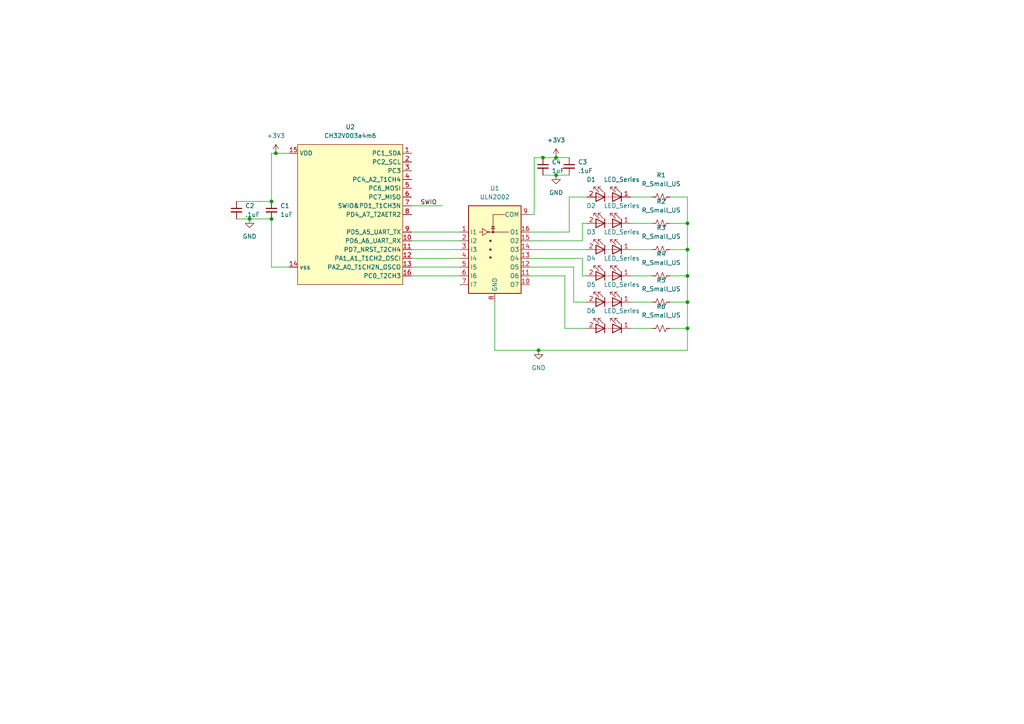
<source format=kicad_sch>
(kicad_sch (version 20230121) (generator eeschema)

  (uuid fa8e7198-2d30-4f64-8522-2f9b4d074595)

  (paper "A4")

  (lib_symbols
    (symbol "CH32V003:CH32V003a4m6" (in_bom yes) (on_board yes)
      (property "Reference" "U" (at 0 20.32 0)
        (effects (font (size 1.27 1.27)))
      )
      (property "Value" "CH32V003a4m6" (at -8.89 -2.54 90)
        (effects (font (size 1.27 1.27)))
      )
      (property "Footprint" "Package_SO:SO-16_3.9x9.9mm_P1.27mm" (at -2.54 26.67 0)
        (effects (font (size 1.27 1.27)) hide)
      )
      (property "Datasheet" "https://github.com/cnlohr/ch32v003fun" (at -2.54 26.67 0)
        (effects (font (size 1.27 1.27)) hide)
      )
      (symbol "CH32V003a4m6_1_1"
        (rectangle (start -15.24 17.78) (end 15.24 -22.86)
          (stroke (width 0) (type default))
          (fill (type background))
        )
        (pin bidirectional line (at 17.78 15.24 180) (length 2.54)
          (name "PC1_SDA" (effects (font (size 1.27 1.27))))
          (number "1" (effects (font (size 1.27 1.27))))
        )
        (pin bidirectional line (at 17.78 -10.16 180) (length 2.54)
          (name "PD6_A6_UART_RX" (effects (font (size 1.27 1.27))))
          (number "10" (effects (font (size 1.27 1.27))))
        )
        (pin bidirectional line (at 17.78 -12.7 180) (length 2.54)
          (name "PD7_NRST_T2CH4" (effects (font (size 1.27 1.27))))
          (number "11" (effects (font (size 1.27 1.27))))
        )
        (pin bidirectional line (at 17.78 -15.24 180) (length 2.54)
          (name "PA1_A1_T1CH2_OSCI" (effects (font (size 1.27 1.27))))
          (number "12" (effects (font (size 1.27 1.27))))
        )
        (pin bidirectional line (at 17.78 -17.78 180) (length 2.54)
          (name "PA2_A0_T1CH2N_OSCO" (effects (font (size 1.27 1.27))))
          (number "13" (effects (font (size 1.27 1.27))))
        )
        (pin power_in line (at -17.78 -17.78 0) (length 2.54)
          (name "vss" (effects (font (size 1.27 1.27))))
          (number "14" (effects (font (size 1.27 1.27))))
        )
        (pin power_in line (at -17.78 15.24 0) (length 2.54)
          (name "VDD" (effects (font (size 1.27 1.27))))
          (number "15" (effects (font (size 1.27 1.27))))
        )
        (pin bidirectional line (at 17.78 -20.32 180) (length 2.54)
          (name "PC0_T2CH3" (effects (font (size 1.27 1.27))))
          (number "16" (effects (font (size 1.27 1.27))))
        )
        (pin bidirectional line (at 17.78 12.7 180) (length 2.54)
          (name "PC2_SCL" (effects (font (size 1.27 1.27))))
          (number "2" (effects (font (size 1.27 1.27))))
        )
        (pin bidirectional line (at 17.78 10.16 180) (length 2.54)
          (name "PC3" (effects (font (size 1.27 1.27))))
          (number "3" (effects (font (size 1.27 1.27))))
        )
        (pin bidirectional line (at 17.78 7.62 180) (length 2.54)
          (name "PC4_A2_T1CH4" (effects (font (size 1.27 1.27))))
          (number "4" (effects (font (size 1.27 1.27))))
        )
        (pin bidirectional line (at 17.78 5.08 180) (length 2.54)
          (name "PC6_MOSI" (effects (font (size 1.27 1.27))))
          (number "5" (effects (font (size 1.27 1.27))))
        )
        (pin bidirectional line (at 17.78 2.54 180) (length 2.54)
          (name "PC7_MISO" (effects (font (size 1.27 1.27))))
          (number "6" (effects (font (size 1.27 1.27))))
        )
        (pin bidirectional line (at 17.78 0 180) (length 2.54)
          (name "SWIO&PD1_T1CH3N" (effects (font (size 1.27 1.27))))
          (number "7" (effects (font (size 1.27 1.27))))
        )
        (pin bidirectional line (at 17.78 -2.54 180) (length 2.54)
          (name "PD4_A7_T2AETR2" (effects (font (size 1.27 1.27))))
          (number "8" (effects (font (size 1.27 1.27))))
        )
        (pin bidirectional line (at 17.78 -7.62 180) (length 2.54)
          (name "PD5_A5_UART_TX" (effects (font (size 1.27 1.27))))
          (number "9" (effects (font (size 1.27 1.27))))
        )
      )
    )
    (symbol "Device:C_Small" (pin_numbers hide) (pin_names (offset 0.254) hide) (in_bom yes) (on_board yes)
      (property "Reference" "C" (at 0.254 1.778 0)
        (effects (font (size 1.27 1.27)) (justify left))
      )
      (property "Value" "C_Small" (at 0.254 -2.032 0)
        (effects (font (size 1.27 1.27)) (justify left))
      )
      (property "Footprint" "" (at 0 0 0)
        (effects (font (size 1.27 1.27)) hide)
      )
      (property "Datasheet" "~" (at 0 0 0)
        (effects (font (size 1.27 1.27)) hide)
      )
      (property "ki_keywords" "capacitor cap" (at 0 0 0)
        (effects (font (size 1.27 1.27)) hide)
      )
      (property "ki_description" "Unpolarized capacitor, small symbol" (at 0 0 0)
        (effects (font (size 1.27 1.27)) hide)
      )
      (property "ki_fp_filters" "C_*" (at 0 0 0)
        (effects (font (size 1.27 1.27)) hide)
      )
      (symbol "C_Small_0_1"
        (polyline
          (pts
            (xy -1.524 -0.508)
            (xy 1.524 -0.508)
          )
          (stroke (width 0.3302) (type default))
          (fill (type none))
        )
        (polyline
          (pts
            (xy -1.524 0.508)
            (xy 1.524 0.508)
          )
          (stroke (width 0.3048) (type default))
          (fill (type none))
        )
      )
      (symbol "C_Small_1_1"
        (pin passive line (at 0 2.54 270) (length 2.032)
          (name "~" (effects (font (size 1.27 1.27))))
          (number "1" (effects (font (size 1.27 1.27))))
        )
        (pin passive line (at 0 -2.54 90) (length 2.032)
          (name "~" (effects (font (size 1.27 1.27))))
          (number "2" (effects (font (size 1.27 1.27))))
        )
      )
    )
    (symbol "Device:LED_Series" (pin_names (offset 1.016) hide) (in_bom yes) (on_board yes)
      (property "Reference" "D" (at 0 5.715 0)
        (effects (font (size 1.27 1.27)))
      )
      (property "Value" "LED_Series" (at 0 3.81 0)
        (effects (font (size 1.27 1.27)))
      )
      (property "Footprint" "" (at -2.54 0 0)
        (effects (font (size 1.27 1.27)) hide)
      )
      (property "Datasheet" "~" (at -2.54 0 0)
        (effects (font (size 1.27 1.27)) hide)
      )
      (property "ki_keywords" "LED diode" (at 0 0 0)
        (effects (font (size 1.27 1.27)) hide)
      )
      (property "ki_description" "Several LEDs in series" (at 0 0 0)
        (effects (font (size 1.27 1.27)) hide)
      )
      (property "ki_fp_filters" "LED* LED_SMD:* LED_THT:*" (at 0 0 0)
        (effects (font (size 1.27 1.27)) hide)
      )
      (symbol "LED_Series_0_1"
        (polyline
          (pts
            (xy -3.81 0)
            (xy -1.016 0)
          )
          (stroke (width 0) (type default))
          (fill (type none))
        )
        (polyline
          (pts
            (xy -3.683 -1.27)
            (xy -3.683 1.27)
          )
          (stroke (width 0.254) (type default))
          (fill (type none))
        )
        (polyline
          (pts
            (xy -0.508 0)
            (xy -0.762 0)
          )
          (stroke (width 0) (type default))
          (fill (type none))
        )
        (polyline
          (pts
            (xy 0.127 0)
            (xy -0.127 0)
          )
          (stroke (width 0) (type default))
          (fill (type none))
        )
        (polyline
          (pts
            (xy 0.508 0)
            (xy 0.762 0)
          )
          (stroke (width 0) (type default))
          (fill (type none))
        )
        (polyline
          (pts
            (xy 1.016 0)
            (xy 3.81 0)
          )
          (stroke (width 0) (type default))
          (fill (type none))
        )
        (polyline
          (pts
            (xy 1.143 -1.27)
            (xy 1.143 1.27)
          )
          (stroke (width 0.254) (type default))
          (fill (type none))
        )
        (polyline
          (pts
            (xy -1.143 -1.27)
            (xy -1.143 1.27)
            (xy -3.683 0)
            (xy -1.143 -1.27)
          )
          (stroke (width 0.254) (type default))
          (fill (type none))
        )
        (polyline
          (pts
            (xy 3.683 -1.27)
            (xy 3.683 1.27)
            (xy 1.143 0)
            (xy 3.683 -1.27)
          )
          (stroke (width 0.254) (type default))
          (fill (type none))
        )
        (polyline
          (pts
            (xy -3.302 1.397)
            (xy -1.778 2.921)
            (xy -2.54 2.921)
            (xy -1.778 2.921)
            (xy -1.778 2.159)
          )
          (stroke (width 0) (type default))
          (fill (type none))
        )
        (polyline
          (pts
            (xy -2.032 1.397)
            (xy -0.508 2.921)
            (xy -1.27 2.921)
            (xy -0.508 2.921)
            (xy -0.508 2.159)
          )
          (stroke (width 0) (type default))
          (fill (type none))
        )
        (polyline
          (pts
            (xy 1.524 1.397)
            (xy 3.048 2.921)
            (xy 2.286 2.921)
            (xy 3.048 2.921)
            (xy 3.048 2.159)
          )
          (stroke (width 0) (type default))
          (fill (type none))
        )
        (polyline
          (pts
            (xy 2.794 1.397)
            (xy 4.318 2.921)
            (xy 3.556 2.921)
            (xy 4.318 2.921)
            (xy 4.318 2.159)
          )
          (stroke (width 0) (type default))
          (fill (type none))
        )
      )
      (symbol "LED_Series_1_1"
        (pin passive line (at -6.35 0 0) (length 2.54)
          (name "K" (effects (font (size 1.27 1.27))))
          (number "1" (effects (font (size 1.27 1.27))))
        )
        (pin passive line (at 6.35 0 180) (length 2.54)
          (name "A" (effects (font (size 1.27 1.27))))
          (number "2" (effects (font (size 1.27 1.27))))
        )
      )
    )
    (symbol "Device:R_Small_US" (pin_numbers hide) (pin_names (offset 0.254) hide) (in_bom yes) (on_board yes)
      (property "Reference" "R" (at 0.762 0.508 0)
        (effects (font (size 1.27 1.27)) (justify left))
      )
      (property "Value" "R_Small_US" (at 0.762 -1.016 0)
        (effects (font (size 1.27 1.27)) (justify left))
      )
      (property "Footprint" "" (at 0 0 0)
        (effects (font (size 1.27 1.27)) hide)
      )
      (property "Datasheet" "~" (at 0 0 0)
        (effects (font (size 1.27 1.27)) hide)
      )
      (property "ki_keywords" "r resistor" (at 0 0 0)
        (effects (font (size 1.27 1.27)) hide)
      )
      (property "ki_description" "Resistor, small US symbol" (at 0 0 0)
        (effects (font (size 1.27 1.27)) hide)
      )
      (property "ki_fp_filters" "R_*" (at 0 0 0)
        (effects (font (size 1.27 1.27)) hide)
      )
      (symbol "R_Small_US_1_1"
        (polyline
          (pts
            (xy 0 0)
            (xy 1.016 -0.381)
            (xy 0 -0.762)
            (xy -1.016 -1.143)
            (xy 0 -1.524)
          )
          (stroke (width 0) (type default))
          (fill (type none))
        )
        (polyline
          (pts
            (xy 0 1.524)
            (xy 1.016 1.143)
            (xy 0 0.762)
            (xy -1.016 0.381)
            (xy 0 0)
          )
          (stroke (width 0) (type default))
          (fill (type none))
        )
        (pin passive line (at 0 2.54 270) (length 1.016)
          (name "~" (effects (font (size 1.27 1.27))))
          (number "1" (effects (font (size 1.27 1.27))))
        )
        (pin passive line (at 0 -2.54 90) (length 1.016)
          (name "~" (effects (font (size 1.27 1.27))))
          (number "2" (effects (font (size 1.27 1.27))))
        )
      )
    )
    (symbol "Transistor_Array:ULN2002" (in_bom yes) (on_board yes)
      (property "Reference" "U" (at 0 15.875 0)
        (effects (font (size 1.27 1.27)))
      )
      (property "Value" "ULN2002" (at 0 13.97 0)
        (effects (font (size 1.27 1.27)))
      )
      (property "Footprint" "" (at 1.27 -13.97 0)
        (effects (font (size 1.27 1.27)) (justify left) hide)
      )
      (property "Datasheet" "http://www.ti.com/lit/ds/symlink/uln2003a.pdf" (at 2.54 -5.08 0)
        (effects (font (size 1.27 1.27)) hide)
      )
      (property "ki_keywords" "darlington transistor array" (at 0 0 0)
        (effects (font (size 1.27 1.27)) hide)
      )
      (property "ki_description" "High Voltage, High Current Darlington Transistor Arrays, SOIC16/SOIC16W/DIP16/TSSOP16" (at 0 0 0)
        (effects (font (size 1.27 1.27)) hide)
      )
      (property "ki_fp_filters" "DIP*W7.62mm* SOIC*3.9x9.9mm*P1.27mm* SSOP*4.4x5.2mm*P0.65mm* TSSOP*4.4x5mm*P0.65mm* SOIC*W*5.3x10.2mm*P1.27mm*" (at 0 0 0)
        (effects (font (size 1.27 1.27)) hide)
      )
      (symbol "ULN2002_0_1"
        (rectangle (start -7.62 -12.7) (end 7.62 12.7)
          (stroke (width 0.254) (type default))
          (fill (type background))
        )
        (circle (center -1.778 5.08) (radius 0.254)
          (stroke (width 0) (type default))
          (fill (type none))
        )
        (circle (center -1.27 -2.286) (radius 0.254)
          (stroke (width 0) (type default))
          (fill (type outline))
        )
        (circle (center -1.27 0) (radius 0.254)
          (stroke (width 0) (type default))
          (fill (type outline))
        )
        (circle (center -1.27 2.54) (radius 0.254)
          (stroke (width 0) (type default))
          (fill (type outline))
        )
        (circle (center -0.508 5.08) (radius 0.254)
          (stroke (width 0) (type default))
          (fill (type outline))
        )
        (polyline
          (pts
            (xy -4.572 5.08)
            (xy -3.556 5.08)
          )
          (stroke (width 0) (type default))
          (fill (type none))
        )
        (polyline
          (pts
            (xy -1.524 5.08)
            (xy 4.064 5.08)
          )
          (stroke (width 0) (type default))
          (fill (type none))
        )
        (polyline
          (pts
            (xy 0 6.731)
            (xy -1.016 6.731)
          )
          (stroke (width 0) (type default))
          (fill (type none))
        )
        (polyline
          (pts
            (xy -0.508 5.08)
            (xy -0.508 10.16)
            (xy 2.921 10.16)
          )
          (stroke (width 0) (type default))
          (fill (type none))
        )
        (polyline
          (pts
            (xy -3.556 6.096)
            (xy -3.556 4.064)
            (xy -2.032 5.08)
            (xy -3.556 6.096)
          )
          (stroke (width 0) (type default))
          (fill (type none))
        )
        (polyline
          (pts
            (xy 0 5.969)
            (xy -1.016 5.969)
            (xy -0.508 6.731)
            (xy 0 5.969)
          )
          (stroke (width 0) (type default))
          (fill (type none))
        )
      )
      (symbol "ULN2002_1_1"
        (pin input line (at -10.16 5.08 0) (length 2.54)
          (name "I1" (effects (font (size 1.27 1.27))))
          (number "1" (effects (font (size 1.27 1.27))))
        )
        (pin open_collector line (at 10.16 -10.16 180) (length 2.54)
          (name "O7" (effects (font (size 1.27 1.27))))
          (number "10" (effects (font (size 1.27 1.27))))
        )
        (pin open_collector line (at 10.16 -7.62 180) (length 2.54)
          (name "O6" (effects (font (size 1.27 1.27))))
          (number "11" (effects (font (size 1.27 1.27))))
        )
        (pin open_collector line (at 10.16 -5.08 180) (length 2.54)
          (name "O5" (effects (font (size 1.27 1.27))))
          (number "12" (effects (font (size 1.27 1.27))))
        )
        (pin open_collector line (at 10.16 -2.54 180) (length 2.54)
          (name "O4" (effects (font (size 1.27 1.27))))
          (number "13" (effects (font (size 1.27 1.27))))
        )
        (pin open_collector line (at 10.16 0 180) (length 2.54)
          (name "O3" (effects (font (size 1.27 1.27))))
          (number "14" (effects (font (size 1.27 1.27))))
        )
        (pin open_collector line (at 10.16 2.54 180) (length 2.54)
          (name "O2" (effects (font (size 1.27 1.27))))
          (number "15" (effects (font (size 1.27 1.27))))
        )
        (pin open_collector line (at 10.16 5.08 180) (length 2.54)
          (name "O1" (effects (font (size 1.27 1.27))))
          (number "16" (effects (font (size 1.27 1.27))))
        )
        (pin input line (at -10.16 2.54 0) (length 2.54)
          (name "I2" (effects (font (size 1.27 1.27))))
          (number "2" (effects (font (size 1.27 1.27))))
        )
        (pin input line (at -10.16 0 0) (length 2.54)
          (name "I3" (effects (font (size 1.27 1.27))))
          (number "3" (effects (font (size 1.27 1.27))))
        )
        (pin input line (at -10.16 -2.54 0) (length 2.54)
          (name "I4" (effects (font (size 1.27 1.27))))
          (number "4" (effects (font (size 1.27 1.27))))
        )
        (pin input line (at -10.16 -5.08 0) (length 2.54)
          (name "I5" (effects (font (size 1.27 1.27))))
          (number "5" (effects (font (size 1.27 1.27))))
        )
        (pin input line (at -10.16 -7.62 0) (length 2.54)
          (name "I6" (effects (font (size 1.27 1.27))))
          (number "6" (effects (font (size 1.27 1.27))))
        )
        (pin input line (at -10.16 -10.16 0) (length 2.54)
          (name "I7" (effects (font (size 1.27 1.27))))
          (number "7" (effects (font (size 1.27 1.27))))
        )
        (pin power_in line (at 0 -15.24 90) (length 2.54)
          (name "GND" (effects (font (size 1.27 1.27))))
          (number "8" (effects (font (size 1.27 1.27))))
        )
        (pin passive line (at 10.16 10.16 180) (length 2.54)
          (name "COM" (effects (font (size 1.27 1.27))))
          (number "9" (effects (font (size 1.27 1.27))))
        )
      )
    )
    (symbol "power:+3V3" (power) (pin_names (offset 0)) (in_bom yes) (on_board yes)
      (property "Reference" "#PWR" (at 0 -3.81 0)
        (effects (font (size 1.27 1.27)) hide)
      )
      (property "Value" "+3V3" (at 0 3.556 0)
        (effects (font (size 1.27 1.27)))
      )
      (property "Footprint" "" (at 0 0 0)
        (effects (font (size 1.27 1.27)) hide)
      )
      (property "Datasheet" "" (at 0 0 0)
        (effects (font (size 1.27 1.27)) hide)
      )
      (property "ki_keywords" "global power" (at 0 0 0)
        (effects (font (size 1.27 1.27)) hide)
      )
      (property "ki_description" "Power symbol creates a global label with name \"+3V3\"" (at 0 0 0)
        (effects (font (size 1.27 1.27)) hide)
      )
      (symbol "+3V3_0_1"
        (polyline
          (pts
            (xy -0.762 1.27)
            (xy 0 2.54)
          )
          (stroke (width 0) (type default))
          (fill (type none))
        )
        (polyline
          (pts
            (xy 0 0)
            (xy 0 2.54)
          )
          (stroke (width 0) (type default))
          (fill (type none))
        )
        (polyline
          (pts
            (xy 0 2.54)
            (xy 0.762 1.27)
          )
          (stroke (width 0) (type default))
          (fill (type none))
        )
      )
      (symbol "+3V3_1_1"
        (pin power_in line (at 0 0 90) (length 0) hide
          (name "+3V3" (effects (font (size 1.27 1.27))))
          (number "1" (effects (font (size 1.27 1.27))))
        )
      )
    )
    (symbol "power:GND" (power) (pin_names (offset 0)) (in_bom yes) (on_board yes)
      (property "Reference" "#PWR" (at 0 -6.35 0)
        (effects (font (size 1.27 1.27)) hide)
      )
      (property "Value" "GND" (at 0 -3.81 0)
        (effects (font (size 1.27 1.27)))
      )
      (property "Footprint" "" (at 0 0 0)
        (effects (font (size 1.27 1.27)) hide)
      )
      (property "Datasheet" "" (at 0 0 0)
        (effects (font (size 1.27 1.27)) hide)
      )
      (property "ki_keywords" "global power" (at 0 0 0)
        (effects (font (size 1.27 1.27)) hide)
      )
      (property "ki_description" "Power symbol creates a global label with name \"GND\" , ground" (at 0 0 0)
        (effects (font (size 1.27 1.27)) hide)
      )
      (symbol "GND_0_1"
        (polyline
          (pts
            (xy 0 0)
            (xy 0 -1.27)
            (xy 1.27 -1.27)
            (xy 0 -2.54)
            (xy -1.27 -1.27)
            (xy 0 -1.27)
          )
          (stroke (width 0) (type default))
          (fill (type none))
        )
      )
      (symbol "GND_1_1"
        (pin power_in line (at 0 0 270) (length 0) hide
          (name "GND" (effects (font (size 1.27 1.27))))
          (number "1" (effects (font (size 1.27 1.27))))
        )
      )
    )
  )

  (junction (at 78.74 58.42) (diameter 0) (color 0 0 0 0)
    (uuid 082b2c25-01a5-4258-8cad-c47bb6955397)
  )
  (junction (at 157.48 45.72) (diameter 0) (color 0 0 0 0)
    (uuid 1857d2ec-17bd-4b31-b4bb-e416debc8f05)
  )
  (junction (at 161.29 45.72) (diameter 0) (color 0 0 0 0)
    (uuid 2e72aead-779e-4bc3-82c3-fc0f801867d5)
  )
  (junction (at 199.39 87.63) (diameter 0) (color 0 0 0 0)
    (uuid 2fe76592-8731-4a27-8661-056f7376446d)
  )
  (junction (at 199.39 80.01) (diameter 0) (color 0 0 0 0)
    (uuid 3282285d-44e7-4770-9526-4293a02990f5)
  )
  (junction (at 161.29 50.8) (diameter 0) (color 0 0 0 0)
    (uuid 4ca1180a-99f9-4386-a3e4-d3fe597c169c)
  )
  (junction (at 199.39 64.77) (diameter 0) (color 0 0 0 0)
    (uuid 54b82d61-7af8-4765-bd5a-e739a0da9317)
  )
  (junction (at 80.01 44.45) (diameter 0) (color 0 0 0 0)
    (uuid 5c662f9f-43ce-4b2b-afaf-806b1366474c)
  )
  (junction (at 199.39 72.39) (diameter 0) (color 0 0 0 0)
    (uuid 7be8ed3f-84c0-48bc-9113-12e80bfc28d2)
  )
  (junction (at 199.39 95.25) (diameter 0) (color 0 0 0 0)
    (uuid 95fe7131-7326-479c-9bd0-2faeeabb0123)
  )
  (junction (at 156.21 101.6) (diameter 0) (color 0 0 0 0)
    (uuid 9a5f487b-4aee-4c4d-befd-61321af4d4b6)
  )
  (junction (at 72.39 63.5) (diameter 0) (color 0 0 0 0)
    (uuid c8bfd794-fa28-4bb5-aeb9-27f16f6b7a53)
  )
  (junction (at 78.74 63.5) (diameter 0) (color 0 0 0 0)
    (uuid e3a0dd83-5213-4b5f-a188-f29d9a937a28)
  )

  (wire (pts (xy 161.29 45.72) (xy 165.1 45.72))
    (stroke (width 0) (type default))
    (uuid 03811aa2-3a8a-430b-afcd-8b19f4ed0de7)
  )
  (wire (pts (xy 119.38 77.47) (xy 133.35 77.47))
    (stroke (width 0) (type default))
    (uuid 062a372f-0914-4a0d-bc5e-204bfa5592b9)
  )
  (wire (pts (xy 143.51 87.63) (xy 143.51 101.6))
    (stroke (width 0) (type default))
    (uuid 083f0e76-d484-42e7-958d-50b1a88a80be)
  )
  (wire (pts (xy 119.38 69.85) (xy 133.35 69.85))
    (stroke (width 0) (type default))
    (uuid 0ba69225-1269-4fe2-a19e-c9e363bdb6c3)
  )
  (wire (pts (xy 83.82 44.45) (xy 80.01 44.45))
    (stroke (width 0) (type default))
    (uuid 16762d9c-728c-41d4-889a-55ff9a1d0c5d)
  )
  (wire (pts (xy 68.58 58.42) (xy 78.74 58.42))
    (stroke (width 0) (type default))
    (uuid 17a039a1-c146-4be9-9b38-d632c664b07f)
  )
  (wire (pts (xy 157.48 50.8) (xy 161.29 50.8))
    (stroke (width 0) (type default))
    (uuid 1a17cb49-5c1e-4b4d-8afb-f61cc4bf3fb6)
  )
  (wire (pts (xy 199.39 72.39) (xy 199.39 80.01))
    (stroke (width 0) (type default))
    (uuid 1b61fe61-3f9b-4187-a099-3ed7f92b8467)
  )
  (wire (pts (xy 166.37 77.47) (xy 166.37 87.63))
    (stroke (width 0) (type default))
    (uuid 1b862047-969d-4826-b6ff-7cf86c7ba730)
  )
  (wire (pts (xy 119.38 59.69) (xy 128.27 59.69))
    (stroke (width 0) (type default))
    (uuid 1e8968c8-3dd3-4667-a44c-d4409a152dbd)
  )
  (wire (pts (xy 168.91 64.77) (xy 168.91 69.85))
    (stroke (width 0) (type default))
    (uuid 25f972af-c3af-4184-8a55-6e32bb08d5a5)
  )
  (wire (pts (xy 168.91 74.93) (xy 168.91 80.01))
    (stroke (width 0) (type default))
    (uuid 29dac278-3f6d-46a3-8750-2036e689687f)
  )
  (wire (pts (xy 194.31 87.63) (xy 199.39 87.63))
    (stroke (width 0) (type default))
    (uuid 30bd6851-7577-4b21-8266-c96abc39a1d0)
  )
  (wire (pts (xy 165.1 57.15) (xy 170.18 57.15))
    (stroke (width 0) (type default))
    (uuid 356104c4-4559-46ef-8ea0-bedfbab68154)
  )
  (wire (pts (xy 199.39 87.63) (xy 199.39 95.25))
    (stroke (width 0) (type default))
    (uuid 39b34e8a-da64-4682-924e-aaff202ab6cd)
  )
  (wire (pts (xy 78.74 77.47) (xy 78.74 63.5))
    (stroke (width 0) (type default))
    (uuid 3aa2578b-ef1a-4d13-89bd-a6ecc6be6b18)
  )
  (wire (pts (xy 199.39 80.01) (xy 199.39 87.63))
    (stroke (width 0) (type default))
    (uuid 3e0fe441-8d51-4f29-82f7-326a8e61ac48)
  )
  (wire (pts (xy 143.51 101.6) (xy 156.21 101.6))
    (stroke (width 0) (type default))
    (uuid 4489614a-47bf-4727-83af-257e9d75e157)
  )
  (wire (pts (xy 161.29 50.8) (xy 165.1 50.8))
    (stroke (width 0) (type default))
    (uuid 480d90e5-edc8-4609-9b21-348fc75cce0f)
  )
  (wire (pts (xy 194.31 72.39) (xy 199.39 72.39))
    (stroke (width 0) (type default))
    (uuid 4ebd3d54-4b23-440f-9289-04a5baef9f97)
  )
  (wire (pts (xy 170.18 64.77) (xy 168.91 64.77))
    (stroke (width 0) (type default))
    (uuid 4f213612-0eea-40a9-b75f-aff30d3ff982)
  )
  (wire (pts (xy 199.39 95.25) (xy 199.39 101.6))
    (stroke (width 0) (type default))
    (uuid 4f5e7abf-aea5-47c9-9c8f-2dbd98e478fd)
  )
  (wire (pts (xy 182.88 72.39) (xy 189.23 72.39))
    (stroke (width 0) (type default))
    (uuid 5cc4d939-ff30-464f-af84-96e5a83cb8d7)
  )
  (wire (pts (xy 166.37 87.63) (xy 170.18 87.63))
    (stroke (width 0) (type default))
    (uuid 619987f1-4f52-4f85-98aa-9faa91e9c54a)
  )
  (wire (pts (xy 199.39 57.15) (xy 199.39 64.77))
    (stroke (width 0) (type default))
    (uuid 7354aaf4-6750-4f65-b4db-1f3404a92e04)
  )
  (wire (pts (xy 153.67 72.39) (xy 170.18 72.39))
    (stroke (width 0) (type default))
    (uuid 74781484-7f4c-4598-8e9a-861a168c33b0)
  )
  (wire (pts (xy 194.31 57.15) (xy 199.39 57.15))
    (stroke (width 0) (type default))
    (uuid 76aed2f2-7093-4d7f-bc00-1215c146e3a7)
  )
  (wire (pts (xy 119.38 72.39) (xy 133.35 72.39))
    (stroke (width 0) (type default))
    (uuid 7a743719-58ba-424d-879d-d12ab6bc703a)
  )
  (wire (pts (xy 194.31 64.77) (xy 199.39 64.77))
    (stroke (width 0) (type default))
    (uuid 7d3506a3-5306-4ab8-8fee-8759bdad78f3)
  )
  (wire (pts (xy 72.39 63.5) (xy 78.74 63.5))
    (stroke (width 0) (type default))
    (uuid 8162e3f0-a177-4deb-869a-a1d2e381d4d0)
  )
  (wire (pts (xy 153.67 77.47) (xy 166.37 77.47))
    (stroke (width 0) (type default))
    (uuid 81c6441d-9c53-4449-b21f-bdb0402e3d34)
  )
  (wire (pts (xy 163.83 95.25) (xy 170.18 95.25))
    (stroke (width 0) (type default))
    (uuid 8497a06e-651d-4871-9e43-f49a2c07a532)
  )
  (wire (pts (xy 182.88 57.15) (xy 189.23 57.15))
    (stroke (width 0) (type default))
    (uuid 860aa3df-675f-45ef-8a53-3682a88175df)
  )
  (wire (pts (xy 157.48 45.72) (xy 161.29 45.72))
    (stroke (width 0) (type default))
    (uuid 8bfaeac7-27da-4d88-97ac-3d3c2f19cf8d)
  )
  (wire (pts (xy 165.1 67.31) (xy 165.1 57.15))
    (stroke (width 0) (type default))
    (uuid 8d5a1a08-ab87-4690-b4a2-eb5b6fffeeb4)
  )
  (wire (pts (xy 83.82 77.47) (xy 78.74 77.47))
    (stroke (width 0) (type default))
    (uuid 93b91af4-cce9-4b4b-b8c8-3b4acf5c94f4)
  )
  (wire (pts (xy 68.58 63.5) (xy 72.39 63.5))
    (stroke (width 0) (type default))
    (uuid 967d74d5-44e4-4f36-aa4f-886c5822c3d1)
  )
  (wire (pts (xy 153.67 67.31) (xy 165.1 67.31))
    (stroke (width 0) (type default))
    (uuid 9990ce5d-1024-464f-967f-cab080e41522)
  )
  (wire (pts (xy 168.91 69.85) (xy 153.67 69.85))
    (stroke (width 0) (type default))
    (uuid a3e44c41-10be-46c3-8d73-faf2ba4af540)
  )
  (wire (pts (xy 153.67 74.93) (xy 168.91 74.93))
    (stroke (width 0) (type default))
    (uuid a66c536c-1e0c-4911-8438-08e2f3c2d272)
  )
  (wire (pts (xy 182.88 95.25) (xy 189.23 95.25))
    (stroke (width 0) (type default))
    (uuid a951e7e9-5579-49e3-a200-c2d04a543c5d)
  )
  (wire (pts (xy 182.88 80.01) (xy 189.23 80.01))
    (stroke (width 0) (type default))
    (uuid a9d3de10-3369-4df4-a13a-3e46f257d905)
  )
  (wire (pts (xy 182.88 64.77) (xy 189.23 64.77))
    (stroke (width 0) (type default))
    (uuid ab6333d2-d4c9-40b7-9dae-8b894bae4203)
  )
  (wire (pts (xy 194.31 80.01) (xy 199.39 80.01))
    (stroke (width 0) (type default))
    (uuid b2e20e49-c9a2-4173-a0b9-f5e1a16af202)
  )
  (wire (pts (xy 78.74 44.45) (xy 78.74 58.42))
    (stroke (width 0) (type default))
    (uuid b446219d-d52d-452a-b699-f5e74f933afe)
  )
  (wire (pts (xy 119.38 74.93) (xy 133.35 74.93))
    (stroke (width 0) (type default))
    (uuid b7b48136-0efd-4642-bb09-22adb64d24c5)
  )
  (wire (pts (xy 119.38 80.01) (xy 133.35 80.01))
    (stroke (width 0) (type default))
    (uuid b7c906d0-b92f-435f-8543-7219172f8e8c)
  )
  (wire (pts (xy 154.94 45.72) (xy 157.48 45.72))
    (stroke (width 0) (type default))
    (uuid bb44e546-4ae7-4831-aa51-0847cf399ec9)
  )
  (wire (pts (xy 194.31 95.25) (xy 199.39 95.25))
    (stroke (width 0) (type default))
    (uuid bc87aac5-9d35-453a-a31e-b6dae90c78be)
  )
  (wire (pts (xy 168.91 80.01) (xy 170.18 80.01))
    (stroke (width 0) (type default))
    (uuid be03af73-4286-47b5-9621-a6d6ed43b94b)
  )
  (wire (pts (xy 119.38 67.31) (xy 133.35 67.31))
    (stroke (width 0) (type default))
    (uuid c4e66bce-1783-49cf-94a6-2af097577e00)
  )
  (wire (pts (xy 199.39 64.77) (xy 199.39 72.39))
    (stroke (width 0) (type default))
    (uuid c5f25842-3e22-4427-9562-d90c1c7347f9)
  )
  (wire (pts (xy 80.01 44.45) (xy 78.74 44.45))
    (stroke (width 0) (type default))
    (uuid c9e1efdc-2227-468a-9ad6-3913ace85660)
  )
  (wire (pts (xy 154.94 62.23) (xy 154.94 45.72))
    (stroke (width 0) (type default))
    (uuid d009f66e-fad3-42d4-a04b-e436d08492c6)
  )
  (wire (pts (xy 182.88 87.63) (xy 189.23 87.63))
    (stroke (width 0) (type default))
    (uuid e26906a0-509b-4d61-8b48-b7064b7a69cd)
  )
  (wire (pts (xy 163.83 80.01) (xy 163.83 95.25))
    (stroke (width 0) (type default))
    (uuid e32305e4-762e-4c30-9c56-750e3ae53d92)
  )
  (wire (pts (xy 156.21 101.6) (xy 199.39 101.6))
    (stroke (width 0) (type default))
    (uuid e4e5429e-7a48-4b56-889f-100624f4eefb)
  )
  (wire (pts (xy 153.67 62.23) (xy 154.94 62.23))
    (stroke (width 0) (type default))
    (uuid ee8ae786-1697-4ca9-b53f-58e74d90e6de)
  )
  (wire (pts (xy 153.67 80.01) (xy 163.83 80.01))
    (stroke (width 0) (type default))
    (uuid f2959ef7-ac2f-49eb-b945-a40dfa57780f)
  )

  (label "SWIO" (at 121.92 59.69 0) (fields_autoplaced)
    (effects (font (size 1.27 1.27)) (justify left bottom))
    (uuid 612bcff3-c311-4e4f-a1d1-e9eed1937fe9)
  )

  (symbol (lib_id "Device:R_Small_US") (at 191.77 95.25 90) (unit 1)
    (in_bom yes) (on_board yes) (dnp no) (fields_autoplaced)
    (uuid 004c71b0-daa4-4e6a-8528-70708025a9c9)
    (property "Reference" "R6" (at 191.77 88.9 90)
      (effects (font (size 1.27 1.27)))
    )
    (property "Value" "R_Small_US" (at 191.77 91.44 90)
      (effects (font (size 1.27 1.27)))
    )
    (property "Footprint" "Resistor_SMD:R_1206_3216Metric_Pad1.30x1.75mm_HandSolder" (at 191.77 95.25 0)
      (effects (font (size 1.27 1.27)) hide)
    )
    (property "Datasheet" "~" (at 191.77 95.25 0)
      (effects (font (size 1.27 1.27)) hide)
    )
    (pin "1" (uuid c80b28f0-9c1f-46c0-af3f-cf2df531158f))
    (pin "2" (uuid 81f3b34a-918f-4585-b9ea-77be3d6aa610))
    (instances
      (project "MAGFest2023SolderingClass"
        (path "/fa8e7198-2d30-4f64-8522-2f9b4d074595"
          (reference "R6") (unit 1)
        )
      )
    )
  )

  (symbol (lib_id "Device:R_Small_US") (at 191.77 57.15 90) (unit 1)
    (in_bom yes) (on_board yes) (dnp no) (fields_autoplaced)
    (uuid 0b53d482-ca5d-4d41-9abe-e14b8c522553)
    (property "Reference" "R1" (at 191.77 50.8 90)
      (effects (font (size 1.27 1.27)))
    )
    (property "Value" "R_Small_US" (at 191.77 53.34 90)
      (effects (font (size 1.27 1.27)))
    )
    (property "Footprint" "Resistor_SMD:R_1206_3216Metric_Pad1.30x1.75mm_HandSolder" (at 191.77 57.15 0)
      (effects (font (size 1.27 1.27)) hide)
    )
    (property "Datasheet" "~" (at 191.77 57.15 0)
      (effects (font (size 1.27 1.27)) hide)
    )
    (pin "1" (uuid c04e1827-8738-41bb-915e-200eec2e1e7d))
    (pin "2" (uuid 17e44dc8-7e7e-49f4-a7d7-461e22383a2a))
    (instances
      (project "MAGFest2023SolderingClass"
        (path "/fa8e7198-2d30-4f64-8522-2f9b4d074595"
          (reference "R1") (unit 1)
        )
      )
    )
  )

  (symbol (lib_id "Device:LED_Series") (at 176.53 87.63 0) (mirror y) (unit 1)
    (in_bom yes) (on_board yes) (dnp no)
    (uuid 0d5339ba-a149-4020-a45f-54e1c8394131)
    (property "Reference" "D5" (at 171.45 82.55 0)
      (effects (font (size 1.27 1.27)))
    )
    (property "Value" "LED_Series" (at 180.34 82.55 0)
      (effects (font (size 1.27 1.27)))
    )
    (property "Footprint" "footprints:40mm LED Filament" (at 179.07 87.63 0)
      (effects (font (size 1.27 1.27)) hide)
    )
    (property "Datasheet" "~" (at 179.07 87.63 0)
      (effects (font (size 1.27 1.27)) hide)
    )
    (pin "1" (uuid 5bf289a1-6ca3-444d-aa8f-c8d97150c985))
    (pin "2" (uuid 719c714b-3c1b-484c-a4a1-5ef9dbf111d6))
    (instances
      (project "MAGFest2023SolderingClass"
        (path "/fa8e7198-2d30-4f64-8522-2f9b4d074595"
          (reference "D5") (unit 1)
        )
      )
    )
  )

  (symbol (lib_id "power:+3V3") (at 161.29 45.72 0) (unit 1)
    (in_bom yes) (on_board yes) (dnp no) (fields_autoplaced)
    (uuid 0ef7953b-1b60-4510-87a8-b48e8a5c98bf)
    (property "Reference" "#PWR05" (at 161.29 49.53 0)
      (effects (font (size 1.27 1.27)) hide)
    )
    (property "Value" "+3V3" (at 161.29 40.64 0)
      (effects (font (size 1.27 1.27)))
    )
    (property "Footprint" "" (at 161.29 45.72 0)
      (effects (font (size 1.27 1.27)) hide)
    )
    (property "Datasheet" "" (at 161.29 45.72 0)
      (effects (font (size 1.27 1.27)) hide)
    )
    (pin "1" (uuid 8c874db6-8e76-4b2a-88b8-13a3a1ae5cbc))
    (instances
      (project "MAGFest2023SolderingClass"
        (path "/fa8e7198-2d30-4f64-8522-2f9b4d074595"
          (reference "#PWR05") (unit 1)
        )
      )
    )
  )

  (symbol (lib_id "Device:R_Small_US") (at 191.77 64.77 90) (unit 1)
    (in_bom yes) (on_board yes) (dnp no) (fields_autoplaced)
    (uuid 0f9886fc-7734-4fc6-92af-cb06a29089cb)
    (property "Reference" "R2" (at 191.77 58.42 90)
      (effects (font (size 1.27 1.27)))
    )
    (property "Value" "R_Small_US" (at 191.77 60.96 90)
      (effects (font (size 1.27 1.27)))
    )
    (property "Footprint" "Resistor_SMD:R_1206_3216Metric_Pad1.30x1.75mm_HandSolder" (at 191.77 64.77 0)
      (effects (font (size 1.27 1.27)) hide)
    )
    (property "Datasheet" "~" (at 191.77 64.77 0)
      (effects (font (size 1.27 1.27)) hide)
    )
    (pin "1" (uuid 3efc5af5-7c50-41a7-895e-6f7111113a4c))
    (pin "2" (uuid 5f6fc143-cd12-46fb-81df-bb0fd51bab88))
    (instances
      (project "MAGFest2023SolderingClass"
        (path "/fa8e7198-2d30-4f64-8522-2f9b4d074595"
          (reference "R2") (unit 1)
        )
      )
    )
  )

  (symbol (lib_id "Transistor_Array:ULN2002") (at 143.51 72.39 0) (unit 1)
    (in_bom yes) (on_board yes) (dnp no) (fields_autoplaced)
    (uuid 1a40bb43-f8be-472e-9756-e7c43adf4dd6)
    (property "Reference" "U1" (at 143.51 54.61 0)
      (effects (font (size 1.27 1.27)))
    )
    (property "Value" "ULN2002" (at 143.51 57.15 0)
      (effects (font (size 1.27 1.27)))
    )
    (property "Footprint" "Package_SO:SOIC-16_3.9x9.9mm_P1.27mm" (at 144.78 86.36 0)
      (effects (font (size 1.27 1.27)) (justify left) hide)
    )
    (property "Datasheet" "http://www.ti.com/lit/ds/symlink/uln2003a.pdf" (at 146.05 77.47 0)
      (effects (font (size 1.27 1.27)) hide)
    )
    (pin "1" (uuid ffeebeac-c5d5-438a-865b-2d07ac884f57))
    (pin "10" (uuid 6435dc76-937f-4c88-9bde-c714edcfc456))
    (pin "11" (uuid f3b2d416-9cb4-4b6f-96d3-9ce6b63d07a3))
    (pin "12" (uuid 0170c575-a6d8-4a84-b854-ca8d41ce0715))
    (pin "13" (uuid 97b28c76-ed52-486d-87b4-58ecc199e54e))
    (pin "14" (uuid 785db20f-36f1-4c18-a565-6432e23788b8))
    (pin "15" (uuid 3fa68da1-f002-4905-9c71-d0ca8f479820))
    (pin "16" (uuid 45a2f520-3ed0-4f10-ac8c-87ca22da33fb))
    (pin "2" (uuid db286099-6a92-4b78-8421-8428f2112f52))
    (pin "3" (uuid 1573b051-8ea5-4b21-b55b-bde4dcf01790))
    (pin "4" (uuid 24bcc920-dd53-4027-b930-3454894f1229))
    (pin "5" (uuid 284cb1fc-3b17-426f-acac-526841bca5cb))
    (pin "6" (uuid c2d5608d-f285-4b27-ba5f-f28fb311c196))
    (pin "7" (uuid f2a1f2b6-7dd5-4c74-915f-562772871072))
    (pin "8" (uuid d9ce82c8-2ba2-4e04-a5ba-36018f4fa259))
    (pin "9" (uuid 2e96dc42-ea50-4173-bcca-d5c8b4c1b78c))
    (instances
      (project "MAGFest2023SolderingClass"
        (path "/fa8e7198-2d30-4f64-8522-2f9b4d074595"
          (reference "U1") (unit 1)
        )
      )
    )
  )

  (symbol (lib_id "Device:C_Small") (at 78.74 60.96 0) (unit 1)
    (in_bom yes) (on_board yes) (dnp no) (fields_autoplaced)
    (uuid 20dc2279-cba7-498d-8d3f-afdf84188ce3)
    (property "Reference" "C1" (at 81.28 59.6963 0)
      (effects (font (size 1.27 1.27)) (justify left))
    )
    (property "Value" "1uF" (at 81.28 62.2363 0)
      (effects (font (size 1.27 1.27)) (justify left))
    )
    (property "Footprint" "Capacitor_SMD:C_1206_3216Metric_Pad1.33x1.80mm_HandSolder" (at 78.74 60.96 0)
      (effects (font (size 1.27 1.27)) hide)
    )
    (property "Datasheet" "~" (at 78.74 60.96 0)
      (effects (font (size 1.27 1.27)) hide)
    )
    (pin "1" (uuid 471a2d81-7e98-45ad-8c9d-0c36f72407c1))
    (pin "2" (uuid 6935e377-2a87-49f7-8533-ae8e412e8c1f))
    (instances
      (project "MAGFest2023SolderingClass"
        (path "/fa8e7198-2d30-4f64-8522-2f9b4d074595"
          (reference "C1") (unit 1)
        )
      )
    )
  )

  (symbol (lib_id "power:GND") (at 72.39 63.5 0) (unit 1)
    (in_bom yes) (on_board yes) (dnp no) (fields_autoplaced)
    (uuid 34c1d111-8bd1-4f4f-b6eb-0fcf3afa65bd)
    (property "Reference" "#PWR03" (at 72.39 69.85 0)
      (effects (font (size 1.27 1.27)) hide)
    )
    (property "Value" "GND" (at 72.39 68.58 0)
      (effects (font (size 1.27 1.27)))
    )
    (property "Footprint" "" (at 72.39 63.5 0)
      (effects (font (size 1.27 1.27)) hide)
    )
    (property "Datasheet" "" (at 72.39 63.5 0)
      (effects (font (size 1.27 1.27)) hide)
    )
    (pin "1" (uuid bda51cac-8f76-457d-9230-eca41ecce71b))
    (instances
      (project "MAGFest2023SolderingClass"
        (path "/fa8e7198-2d30-4f64-8522-2f9b4d074595"
          (reference "#PWR03") (unit 1)
        )
      )
    )
  )

  (symbol (lib_id "Device:R_Small_US") (at 191.77 87.63 90) (unit 1)
    (in_bom yes) (on_board yes) (dnp no) (fields_autoplaced)
    (uuid 4342f826-baf3-4d4b-b4c9-beb08b2e5072)
    (property "Reference" "R5" (at 191.77 81.28 90)
      (effects (font (size 1.27 1.27)))
    )
    (property "Value" "R_Small_US" (at 191.77 83.82 90)
      (effects (font (size 1.27 1.27)))
    )
    (property "Footprint" "Resistor_SMD:R_1206_3216Metric_Pad1.30x1.75mm_HandSolder" (at 191.77 87.63 0)
      (effects (font (size 1.27 1.27)) hide)
    )
    (property "Datasheet" "~" (at 191.77 87.63 0)
      (effects (font (size 1.27 1.27)) hide)
    )
    (pin "1" (uuid c3f22a04-32fc-4a71-a482-86062a4a67cf))
    (pin "2" (uuid 5a15cf63-ffb4-4c06-996a-e3d5ec664eb0))
    (instances
      (project "MAGFest2023SolderingClass"
        (path "/fa8e7198-2d30-4f64-8522-2f9b4d074595"
          (reference "R5") (unit 1)
        )
      )
    )
  )

  (symbol (lib_id "CH32V003:CH32V003a4m6") (at 101.6 59.69 0) (unit 1)
    (in_bom yes) (on_board yes) (dnp no) (fields_autoplaced)
    (uuid 46f32ec3-6a47-44e7-81eb-a2aca86edf64)
    (property "Reference" "U2" (at 101.6 36.83 0)
      (effects (font (size 1.27 1.27)))
    )
    (property "Value" "CH32V003a4m6" (at 101.6 39.37 0)
      (effects (font (size 1.27 1.27)))
    )
    (property "Footprint" "Package_SO:SO-16_3.9x9.9mm_P1.27mm" (at 99.06 33.02 0)
      (effects (font (size 1.27 1.27)) hide)
    )
    (property "Datasheet" "https://github.com/cnlohr/ch32v003fun" (at 99.06 33.02 0)
      (effects (font (size 1.27 1.27)) hide)
    )
    (pin "2" (uuid 0ca96f7e-7728-4be9-b3cb-94ab8eba66e6))
    (pin "14" (uuid 8b2eccb7-0dea-49b5-9b6e-ba8b8a32b682))
    (pin "16" (uuid fa6b13a1-4aa5-4eeb-ad8d-f29dd60c1acd))
    (pin "3" (uuid ad33990b-5378-4af1-89a8-5f1be68df52b))
    (pin "12" (uuid 591c8767-a471-4fc2-8bfb-49faccc2f4f1))
    (pin "10" (uuid cc5fc3dc-d5fd-47cf-bc0a-d961edc47e81))
    (pin "5" (uuid 274aefb5-06c8-40b4-b578-6108c033bba7))
    (pin "15" (uuid 020c73fe-f4cb-4f75-a495-62ab4ae38415))
    (pin "8" (uuid 08728634-fdd3-4081-9704-06d271d8ca36))
    (pin "13" (uuid 1accb64e-1467-4a27-aafd-8714ace827ee))
    (pin "6" (uuid 49826ed9-6ef6-49fa-8b34-f3c573d53025))
    (pin "7" (uuid df84f038-d91b-47a5-8b5e-09ed8e895791))
    (pin "11" (uuid 04c33585-8870-4dec-b439-ea2e42285651))
    (pin "1" (uuid 2e22c162-a0f5-4551-894e-479d8ab70b9d))
    (pin "4" (uuid df3deed8-3f8d-4ffa-b6eb-8179e631d13b))
    (pin "9" (uuid 9cff30bc-0da2-4f58-a813-a9577c2cce9b))
    (instances
      (project "MAGFest2023SolderingClass"
        (path "/fa8e7198-2d30-4f64-8522-2f9b4d074595"
          (reference "U2") (unit 1)
        )
      )
    )
  )

  (symbol (lib_id "Device:LED_Series") (at 176.53 64.77 0) (mirror y) (unit 1)
    (in_bom yes) (on_board yes) (dnp no)
    (uuid 4f486794-d6c3-4a13-b18d-01fe6c028625)
    (property "Reference" "D2" (at 171.45 59.69 0)
      (effects (font (size 1.27 1.27)))
    )
    (property "Value" "LED_Series" (at 180.34 59.69 0)
      (effects (font (size 1.27 1.27)))
    )
    (property "Footprint" "footprints:40mm LED Filament" (at 179.07 64.77 0)
      (effects (font (size 1.27 1.27)) hide)
    )
    (property "Datasheet" "~" (at 179.07 64.77 0)
      (effects (font (size 1.27 1.27)) hide)
    )
    (pin "1" (uuid dde11878-91fd-4a9f-8f7f-436cccee2b7c))
    (pin "2" (uuid e1fcd0a4-5f0a-4c29-87c3-79e3ddfe5cb2))
    (instances
      (project "MAGFest2023SolderingClass"
        (path "/fa8e7198-2d30-4f64-8522-2f9b4d074595"
          (reference "D2") (unit 1)
        )
      )
    )
  )

  (symbol (lib_id "Device:LED_Series") (at 176.53 95.25 0) (mirror y) (unit 1)
    (in_bom yes) (on_board yes) (dnp no)
    (uuid 56bc3292-74db-4972-b223-46cdaa4e0d21)
    (property "Reference" "D6" (at 171.45 90.17 0)
      (effects (font (size 1.27 1.27)))
    )
    (property "Value" "LED_Series" (at 180.34 90.17 0)
      (effects (font (size 1.27 1.27)))
    )
    (property "Footprint" "footprints:40mm LED Filament" (at 179.07 95.25 0)
      (effects (font (size 1.27 1.27)) hide)
    )
    (property "Datasheet" "~" (at 179.07 95.25 0)
      (effects (font (size 1.27 1.27)) hide)
    )
    (pin "1" (uuid 9d8cecb6-b059-4e18-9f01-c47e083c1470))
    (pin "2" (uuid 695dec52-144c-470d-ae3c-1d2bc81126a0))
    (instances
      (project "MAGFest2023SolderingClass"
        (path "/fa8e7198-2d30-4f64-8522-2f9b4d074595"
          (reference "D6") (unit 1)
        )
      )
    )
  )

  (symbol (lib_id "Device:LED_Series") (at 176.53 57.15 0) (mirror y) (unit 1)
    (in_bom yes) (on_board yes) (dnp no)
    (uuid 5c4e1421-1a00-4a5c-aaa5-301c51d9e8ed)
    (property "Reference" "D1" (at 171.45 52.07 0)
      (effects (font (size 1.27 1.27)))
    )
    (property "Value" "LED_Series" (at 180.34 52.07 0)
      (effects (font (size 1.27 1.27)))
    )
    (property "Footprint" "footprints:40mm LED Filament" (at 179.07 57.15 0)
      (effects (font (size 1.27 1.27)) hide)
    )
    (property "Datasheet" "~" (at 179.07 57.15 0)
      (effects (font (size 1.27 1.27)) hide)
    )
    (pin "1" (uuid 058e023d-17f3-4f4f-975e-cb387fc9575d))
    (pin "2" (uuid ab6bb55c-7562-428f-878f-212526cf1917))
    (instances
      (project "MAGFest2023SolderingClass"
        (path "/fa8e7198-2d30-4f64-8522-2f9b4d074595"
          (reference "D1") (unit 1)
        )
      )
    )
  )

  (symbol (lib_id "power:GND") (at 161.29 50.8 0) (unit 1)
    (in_bom yes) (on_board yes) (dnp no) (fields_autoplaced)
    (uuid 61b92a4a-7efd-4e47-b73e-511e377df773)
    (property "Reference" "#PWR01" (at 161.29 57.15 0)
      (effects (font (size 1.27 1.27)) hide)
    )
    (property "Value" "GND" (at 161.29 55.88 0)
      (effects (font (size 1.27 1.27)))
    )
    (property "Footprint" "" (at 161.29 50.8 0)
      (effects (font (size 1.27 1.27)) hide)
    )
    (property "Datasheet" "" (at 161.29 50.8 0)
      (effects (font (size 1.27 1.27)) hide)
    )
    (pin "1" (uuid 2576bb26-c3fa-4efd-b6cf-02269941a433))
    (instances
      (project "MAGFest2023SolderingClass"
        (path "/fa8e7198-2d30-4f64-8522-2f9b4d074595"
          (reference "#PWR01") (unit 1)
        )
      )
    )
  )

  (symbol (lib_id "Device:R_Small_US") (at 191.77 80.01 90) (unit 1)
    (in_bom yes) (on_board yes) (dnp no) (fields_autoplaced)
    (uuid 79a75951-e90c-406f-b4d0-614aca9a7d80)
    (property "Reference" "R4" (at 191.77 73.66 90)
      (effects (font (size 1.27 1.27)))
    )
    (property "Value" "R_Small_US" (at 191.77 76.2 90)
      (effects (font (size 1.27 1.27)))
    )
    (property "Footprint" "Resistor_SMD:R_1206_3216Metric_Pad1.30x1.75mm_HandSolder" (at 191.77 80.01 0)
      (effects (font (size 1.27 1.27)) hide)
    )
    (property "Datasheet" "~" (at 191.77 80.01 0)
      (effects (font (size 1.27 1.27)) hide)
    )
    (pin "1" (uuid 2a38b9eb-a7a6-4bd0-93a9-ae2e4d06260e))
    (pin "2" (uuid b09f8ecc-c26a-41cb-aaab-413b3af53533))
    (instances
      (project "MAGFest2023SolderingClass"
        (path "/fa8e7198-2d30-4f64-8522-2f9b4d074595"
          (reference "R4") (unit 1)
        )
      )
    )
  )

  (symbol (lib_id "Device:C_Small") (at 157.48 48.26 0) (unit 1)
    (in_bom yes) (on_board yes) (dnp no) (fields_autoplaced)
    (uuid 85e8ecce-1d7e-499f-9bd1-e3d397d27144)
    (property "Reference" "C4" (at 160.02 46.9963 0)
      (effects (font (size 1.27 1.27)) (justify left))
    )
    (property "Value" "1uF" (at 160.02 49.5363 0)
      (effects (font (size 1.27 1.27)) (justify left))
    )
    (property "Footprint" "Capacitor_SMD:C_1206_3216Metric_Pad1.33x1.80mm_HandSolder" (at 157.48 48.26 0)
      (effects (font (size 1.27 1.27)) hide)
    )
    (property "Datasheet" "~" (at 157.48 48.26 0)
      (effects (font (size 1.27 1.27)) hide)
    )
    (pin "1" (uuid 471a2d81-7e98-45ad-8c9d-0c36f72407c1))
    (pin "2" (uuid 6935e377-2a87-49f7-8533-ae8e412e8c1f))
    (instances
      (project "MAGFest2023SolderingClass"
        (path "/fa8e7198-2d30-4f64-8522-2f9b4d074595"
          (reference "C4") (unit 1)
        )
      )
    )
  )

  (symbol (lib_id "Device:R_Small_US") (at 191.77 72.39 90) (unit 1)
    (in_bom yes) (on_board yes) (dnp no) (fields_autoplaced)
    (uuid 86c179d5-68c7-4c03-b29a-68010085aca8)
    (property "Reference" "R3" (at 191.77 66.04 90)
      (effects (font (size 1.27 1.27)))
    )
    (property "Value" "R_Small_US" (at 191.77 68.58 90)
      (effects (font (size 1.27 1.27)))
    )
    (property "Footprint" "Resistor_SMD:R_1206_3216Metric_Pad1.30x1.75mm_HandSolder" (at 191.77 72.39 0)
      (effects (font (size 1.27 1.27)) hide)
    )
    (property "Datasheet" "~" (at 191.77 72.39 0)
      (effects (font (size 1.27 1.27)) hide)
    )
    (pin "1" (uuid 847a0436-c296-4f40-b969-03b6f28f25d8))
    (pin "2" (uuid 73e89a8a-4425-4e8e-af5f-d93be4b71236))
    (instances
      (project "MAGFest2023SolderingClass"
        (path "/fa8e7198-2d30-4f64-8522-2f9b4d074595"
          (reference "R3") (unit 1)
        )
      )
    )
  )

  (symbol (lib_id "Device:LED_Series") (at 176.53 72.39 0) (mirror y) (unit 1)
    (in_bom yes) (on_board yes) (dnp no)
    (uuid 89f010d4-7f68-4f00-ab88-3216d22ccf12)
    (property "Reference" "D3" (at 171.45 67.31 0)
      (effects (font (size 1.27 1.27)))
    )
    (property "Value" "LED_Series" (at 180.34 67.31 0)
      (effects (font (size 1.27 1.27)))
    )
    (property "Footprint" "footprints:40mm LED Filament" (at 179.07 72.39 0)
      (effects (font (size 1.27 1.27)) hide)
    )
    (property "Datasheet" "~" (at 179.07 72.39 0)
      (effects (font (size 1.27 1.27)) hide)
    )
    (pin "1" (uuid 8d0938de-df6f-4a42-939c-1aacb9f93eb7))
    (pin "2" (uuid 7384a882-cca8-4b58-878b-9fa3ae8af942))
    (instances
      (project "MAGFest2023SolderingClass"
        (path "/fa8e7198-2d30-4f64-8522-2f9b4d074595"
          (reference "D3") (unit 1)
        )
      )
    )
  )

  (symbol (lib_id "Device:C_Small") (at 68.58 60.96 0) (unit 1)
    (in_bom yes) (on_board yes) (dnp no) (fields_autoplaced)
    (uuid 9f3fdb7c-d8d4-40cc-b7ef-be0a712916bb)
    (property "Reference" "C2" (at 71.12 59.6963 0)
      (effects (font (size 1.27 1.27)) (justify left))
    )
    (property "Value" ".1uF" (at 71.12 62.2363 0)
      (effects (font (size 1.27 1.27)) (justify left))
    )
    (property "Footprint" "Capacitor_SMD:C_1206_3216Metric_Pad1.33x1.80mm_HandSolder" (at 68.58 60.96 0)
      (effects (font (size 1.27 1.27)) hide)
    )
    (property "Datasheet" "~" (at 68.58 60.96 0)
      (effects (font (size 1.27 1.27)) hide)
    )
    (pin "1" (uuid 471a2d81-7e98-45ad-8c9d-0c36f72407c1))
    (pin "2" (uuid 6935e377-2a87-49f7-8533-ae8e412e8c1f))
    (instances
      (project "MAGFest2023SolderingClass"
        (path "/fa8e7198-2d30-4f64-8522-2f9b4d074595"
          (reference "C2") (unit 1)
        )
      )
    )
  )

  (symbol (lib_id "power:+3V3") (at 80.01 44.45 0) (unit 1)
    (in_bom yes) (on_board yes) (dnp no) (fields_autoplaced)
    (uuid a9bd63a4-b7dd-4160-a964-58533f4e6011)
    (property "Reference" "#PWR04" (at 80.01 48.26 0)
      (effects (font (size 1.27 1.27)) hide)
    )
    (property "Value" "+3V3" (at 80.01 39.37 0)
      (effects (font (size 1.27 1.27)))
    )
    (property "Footprint" "" (at 80.01 44.45 0)
      (effects (font (size 1.27 1.27)) hide)
    )
    (property "Datasheet" "" (at 80.01 44.45 0)
      (effects (font (size 1.27 1.27)) hide)
    )
    (pin "1" (uuid 8c874db6-8e76-4b2a-88b8-13a3a1ae5cbc))
    (instances
      (project "MAGFest2023SolderingClass"
        (path "/fa8e7198-2d30-4f64-8522-2f9b4d074595"
          (reference "#PWR04") (unit 1)
        )
      )
    )
  )

  (symbol (lib_id "power:GND") (at 156.21 101.6 0) (unit 1)
    (in_bom yes) (on_board yes) (dnp no) (fields_autoplaced)
    (uuid c1a1d3d6-3a08-4327-8091-aa023db3953c)
    (property "Reference" "#PWR02" (at 156.21 107.95 0)
      (effects (font (size 1.27 1.27)) hide)
    )
    (property "Value" "GND" (at 156.21 106.68 0)
      (effects (font (size 1.27 1.27)))
    )
    (property "Footprint" "" (at 156.21 101.6 0)
      (effects (font (size 1.27 1.27)) hide)
    )
    (property "Datasheet" "" (at 156.21 101.6 0)
      (effects (font (size 1.27 1.27)) hide)
    )
    (pin "1" (uuid 2576bb26-c3fa-4efd-b6cf-02269941a433))
    (instances
      (project "MAGFest2023SolderingClass"
        (path "/fa8e7198-2d30-4f64-8522-2f9b4d074595"
          (reference "#PWR02") (unit 1)
        )
      )
    )
  )

  (symbol (lib_id "Device:LED_Series") (at 176.53 80.01 0) (mirror y) (unit 1)
    (in_bom yes) (on_board yes) (dnp no)
    (uuid cbcffc1b-619a-4ec0-83f2-f162f9d69347)
    (property "Reference" "D4" (at 171.45 74.93 0)
      (effects (font (size 1.27 1.27)))
    )
    (property "Value" "LED_Series" (at 180.34 74.93 0)
      (effects (font (size 1.27 1.27)))
    )
    (property "Footprint" "footprints:40mm LED Filament" (at 179.07 80.01 0)
      (effects (font (size 1.27 1.27)) hide)
    )
    (property "Datasheet" "~" (at 179.07 80.01 0)
      (effects (font (size 1.27 1.27)) hide)
    )
    (pin "1" (uuid dbc5cd39-f108-40aa-94d0-0ad3e34a6182))
    (pin "2" (uuid 20b365d6-e286-4f0e-9fb9-0bd18abb5c79))
    (instances
      (project "MAGFest2023SolderingClass"
        (path "/fa8e7198-2d30-4f64-8522-2f9b4d074595"
          (reference "D4") (unit 1)
        )
      )
    )
  )

  (symbol (lib_id "Device:C_Small") (at 165.1 48.26 0) (unit 1)
    (in_bom yes) (on_board yes) (dnp no) (fields_autoplaced)
    (uuid f1bdb2e1-88d6-4185-a317-f305bff25514)
    (property "Reference" "C3" (at 167.64 46.9963 0)
      (effects (font (size 1.27 1.27)) (justify left))
    )
    (property "Value" ".1uF" (at 167.64 49.5363 0)
      (effects (font (size 1.27 1.27)) (justify left))
    )
    (property "Footprint" "Capacitor_SMD:C_1206_3216Metric_Pad1.33x1.80mm_HandSolder" (at 165.1 48.26 0)
      (effects (font (size 1.27 1.27)) hide)
    )
    (property "Datasheet" "~" (at 165.1 48.26 0)
      (effects (font (size 1.27 1.27)) hide)
    )
    (pin "1" (uuid 471a2d81-7e98-45ad-8c9d-0c36f72407c1))
    (pin "2" (uuid 6935e377-2a87-49f7-8533-ae8e412e8c1f))
    (instances
      (project "MAGFest2023SolderingClass"
        (path "/fa8e7198-2d30-4f64-8522-2f9b4d074595"
          (reference "C3") (unit 1)
        )
      )
    )
  )

  (sheet_instances
    (path "/" (page "1"))
  )
)

</source>
